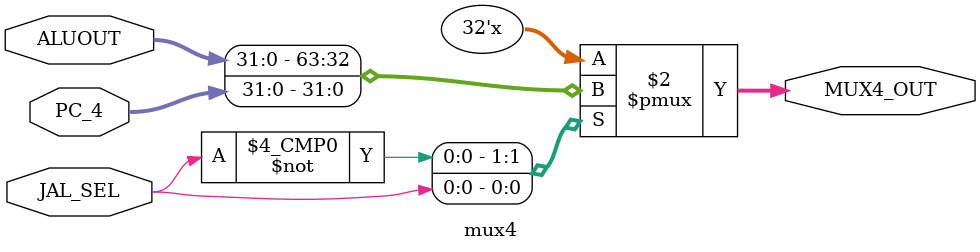
<source format=v>
module mux4(ALUOUT, PC_4, JAL_SEL, MUX4_OUT);

	//0-PC_4  1-BR_J_PC
	input[31:0] ALUOUT, PC_4;
	input JAL_SEL;
	
	output reg[31:0] MUX4_OUT;

	always @(JAL_SEL) 
	begin
		#1
		case(JAL_SEL)
		
			1'b0:begin
				MUX4_OUT = ALUOUT;
			end
		
			1'b1:begin
				MUX4_OUT = PC_4;
			end
		endcase		
	end

endmodule

</source>
